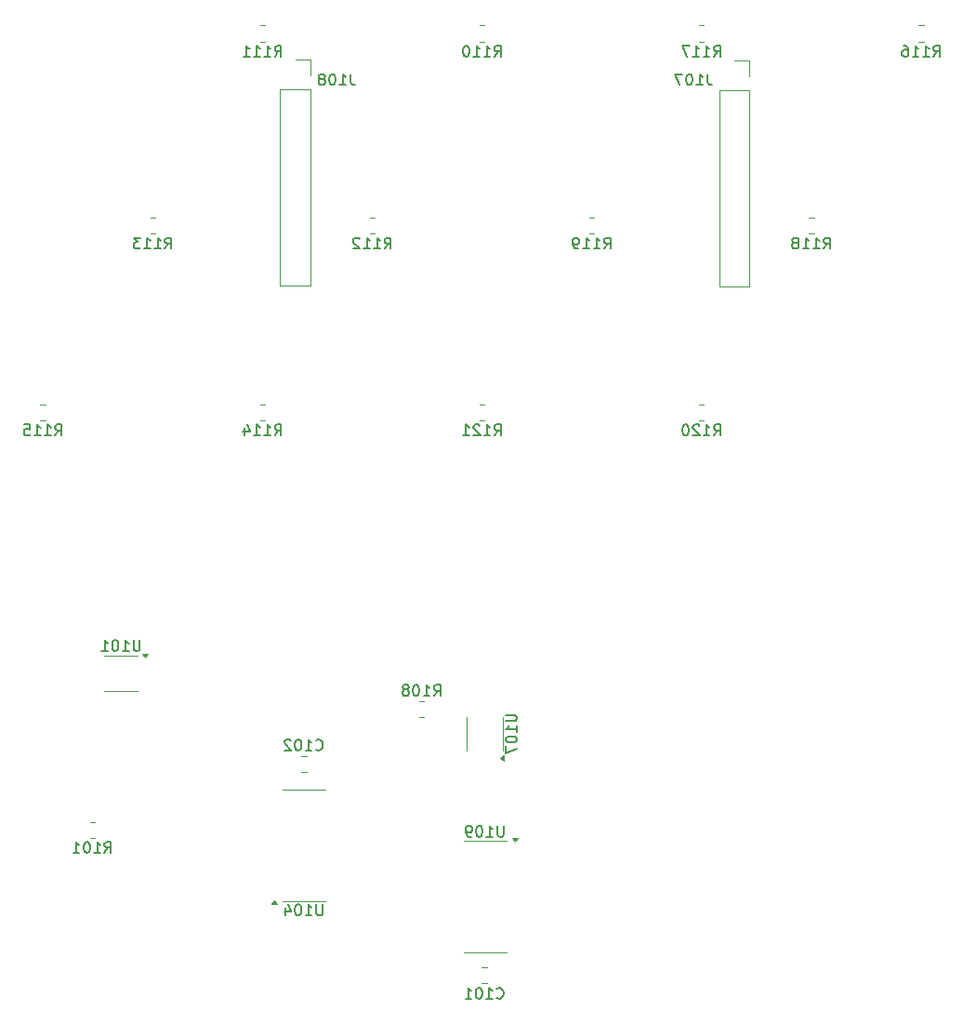
<source format=gbr>
%TF.GenerationSoftware,KiCad,Pcbnew,9.0.3+dfsg-1*%
%TF.CreationDate,2026-02-26T14:57:31+01:00*%
%TF.ProjectId,tastiera_isomorfa,74617374-6965-4726-915f-69736f6d6f72,rev?*%
%TF.SameCoordinates,Original*%
%TF.FileFunction,Legend,Bot*%
%TF.FilePolarity,Positive*%
%FSLAX46Y46*%
G04 Gerber Fmt 4.6, Leading zero omitted, Abs format (unit mm)*
G04 Created by KiCad (PCBNEW 9.0.3+dfsg-1) date 2026-02-26 14:57:31*
%MOMM*%
%LPD*%
G01*
G04 APERTURE LIST*
%ADD10C,0.150000*%
%ADD11C,0.120000*%
G04 APERTURE END LIST*
D10*
X124119047Y-77104819D02*
X124452380Y-76628628D01*
X124690475Y-77104819D02*
X124690475Y-76104819D01*
X124690475Y-76104819D02*
X124309523Y-76104819D01*
X124309523Y-76104819D02*
X124214285Y-76152438D01*
X124214285Y-76152438D02*
X124166666Y-76200057D01*
X124166666Y-76200057D02*
X124119047Y-76295295D01*
X124119047Y-76295295D02*
X124119047Y-76438152D01*
X124119047Y-76438152D02*
X124166666Y-76533390D01*
X124166666Y-76533390D02*
X124214285Y-76581009D01*
X124214285Y-76581009D02*
X124309523Y-76628628D01*
X124309523Y-76628628D02*
X124690475Y-76628628D01*
X123166666Y-77104819D02*
X123738094Y-77104819D01*
X123452380Y-77104819D02*
X123452380Y-76104819D01*
X123452380Y-76104819D02*
X123547618Y-76247676D01*
X123547618Y-76247676D02*
X123642856Y-76342914D01*
X123642856Y-76342914D02*
X123738094Y-76390533D01*
X122214285Y-77104819D02*
X122785713Y-77104819D01*
X122499999Y-77104819D02*
X122499999Y-76104819D01*
X122499999Y-76104819D02*
X122595237Y-76247676D01*
X122595237Y-76247676D02*
X122690475Y-76342914D01*
X122690475Y-76342914D02*
X122785713Y-76390533D01*
X121880951Y-76104819D02*
X121261904Y-76104819D01*
X121261904Y-76104819D02*
X121595237Y-76485771D01*
X121595237Y-76485771D02*
X121452380Y-76485771D01*
X121452380Y-76485771D02*
X121357142Y-76533390D01*
X121357142Y-76533390D02*
X121309523Y-76581009D01*
X121309523Y-76581009D02*
X121261904Y-76676247D01*
X121261904Y-76676247D02*
X121261904Y-76914342D01*
X121261904Y-76914342D02*
X121309523Y-77009580D01*
X121309523Y-77009580D02*
X121357142Y-77057200D01*
X121357142Y-77057200D02*
X121452380Y-77104819D01*
X121452380Y-77104819D02*
X121738094Y-77104819D01*
X121738094Y-77104819D02*
X121833332Y-77057200D01*
X121833332Y-77057200D02*
X121880951Y-77009580D01*
X154989285Y-129629819D02*
X154989285Y-130439342D01*
X154989285Y-130439342D02*
X154941666Y-130534580D01*
X154941666Y-130534580D02*
X154894047Y-130582200D01*
X154894047Y-130582200D02*
X154798809Y-130629819D01*
X154798809Y-130629819D02*
X154608333Y-130629819D01*
X154608333Y-130629819D02*
X154513095Y-130582200D01*
X154513095Y-130582200D02*
X154465476Y-130534580D01*
X154465476Y-130534580D02*
X154417857Y-130439342D01*
X154417857Y-130439342D02*
X154417857Y-129629819D01*
X153417857Y-130629819D02*
X153989285Y-130629819D01*
X153703571Y-130629819D02*
X153703571Y-129629819D01*
X153703571Y-129629819D02*
X153798809Y-129772676D01*
X153798809Y-129772676D02*
X153894047Y-129867914D01*
X153894047Y-129867914D02*
X153989285Y-129915533D01*
X152798809Y-129629819D02*
X152703571Y-129629819D01*
X152703571Y-129629819D02*
X152608333Y-129677438D01*
X152608333Y-129677438D02*
X152560714Y-129725057D01*
X152560714Y-129725057D02*
X152513095Y-129820295D01*
X152513095Y-129820295D02*
X152465476Y-130010771D01*
X152465476Y-130010771D02*
X152465476Y-130248866D01*
X152465476Y-130248866D02*
X152513095Y-130439342D01*
X152513095Y-130439342D02*
X152560714Y-130534580D01*
X152560714Y-130534580D02*
X152608333Y-130582200D01*
X152608333Y-130582200D02*
X152703571Y-130629819D01*
X152703571Y-130629819D02*
X152798809Y-130629819D01*
X152798809Y-130629819D02*
X152894047Y-130582200D01*
X152894047Y-130582200D02*
X152941666Y-130534580D01*
X152941666Y-130534580D02*
X152989285Y-130439342D01*
X152989285Y-130439342D02*
X153036904Y-130248866D01*
X153036904Y-130248866D02*
X153036904Y-130010771D01*
X153036904Y-130010771D02*
X152989285Y-129820295D01*
X152989285Y-129820295D02*
X152941666Y-129725057D01*
X152941666Y-129725057D02*
X152894047Y-129677438D01*
X152894047Y-129677438D02*
X152798809Y-129629819D01*
X151989285Y-130629819D02*
X151798809Y-130629819D01*
X151798809Y-130629819D02*
X151703571Y-130582200D01*
X151703571Y-130582200D02*
X151655952Y-130534580D01*
X151655952Y-130534580D02*
X151560714Y-130391723D01*
X151560714Y-130391723D02*
X151513095Y-130201247D01*
X151513095Y-130201247D02*
X151513095Y-129820295D01*
X151513095Y-129820295D02*
X151560714Y-129725057D01*
X151560714Y-129725057D02*
X151608333Y-129677438D01*
X151608333Y-129677438D02*
X151703571Y-129629819D01*
X151703571Y-129629819D02*
X151894047Y-129629819D01*
X151894047Y-129629819D02*
X151989285Y-129677438D01*
X151989285Y-129677438D02*
X152036904Y-129725057D01*
X152036904Y-129725057D02*
X152084523Y-129820295D01*
X152084523Y-129820295D02*
X152084523Y-130058390D01*
X152084523Y-130058390D02*
X152036904Y-130153628D01*
X152036904Y-130153628D02*
X151989285Y-130201247D01*
X151989285Y-130201247D02*
X151894047Y-130248866D01*
X151894047Y-130248866D02*
X151703571Y-130248866D01*
X151703571Y-130248866D02*
X151608333Y-130201247D01*
X151608333Y-130201247D02*
X151560714Y-130153628D01*
X151560714Y-130153628D02*
X151513095Y-130058390D01*
X114119047Y-94104819D02*
X114452380Y-93628628D01*
X114690475Y-94104819D02*
X114690475Y-93104819D01*
X114690475Y-93104819D02*
X114309523Y-93104819D01*
X114309523Y-93104819D02*
X114214285Y-93152438D01*
X114214285Y-93152438D02*
X114166666Y-93200057D01*
X114166666Y-93200057D02*
X114119047Y-93295295D01*
X114119047Y-93295295D02*
X114119047Y-93438152D01*
X114119047Y-93438152D02*
X114166666Y-93533390D01*
X114166666Y-93533390D02*
X114214285Y-93581009D01*
X114214285Y-93581009D02*
X114309523Y-93628628D01*
X114309523Y-93628628D02*
X114690475Y-93628628D01*
X113166666Y-94104819D02*
X113738094Y-94104819D01*
X113452380Y-94104819D02*
X113452380Y-93104819D01*
X113452380Y-93104819D02*
X113547618Y-93247676D01*
X113547618Y-93247676D02*
X113642856Y-93342914D01*
X113642856Y-93342914D02*
X113738094Y-93390533D01*
X112214285Y-94104819D02*
X112785713Y-94104819D01*
X112499999Y-94104819D02*
X112499999Y-93104819D01*
X112499999Y-93104819D02*
X112595237Y-93247676D01*
X112595237Y-93247676D02*
X112690475Y-93342914D01*
X112690475Y-93342914D02*
X112785713Y-93390533D01*
X111309523Y-93104819D02*
X111785713Y-93104819D01*
X111785713Y-93104819D02*
X111833332Y-93581009D01*
X111833332Y-93581009D02*
X111785713Y-93533390D01*
X111785713Y-93533390D02*
X111690475Y-93485771D01*
X111690475Y-93485771D02*
X111452380Y-93485771D01*
X111452380Y-93485771D02*
X111357142Y-93533390D01*
X111357142Y-93533390D02*
X111309523Y-93581009D01*
X111309523Y-93581009D02*
X111261904Y-93676247D01*
X111261904Y-93676247D02*
X111261904Y-93914342D01*
X111261904Y-93914342D02*
X111309523Y-94009580D01*
X111309523Y-94009580D02*
X111357142Y-94057200D01*
X111357142Y-94057200D02*
X111452380Y-94104819D01*
X111452380Y-94104819D02*
X111690475Y-94104819D01*
X111690475Y-94104819D02*
X111785713Y-94057200D01*
X111785713Y-94057200D02*
X111833332Y-94009580D01*
X138489285Y-136779819D02*
X138489285Y-137589342D01*
X138489285Y-137589342D02*
X138441666Y-137684580D01*
X138441666Y-137684580D02*
X138394047Y-137732200D01*
X138394047Y-137732200D02*
X138298809Y-137779819D01*
X138298809Y-137779819D02*
X138108333Y-137779819D01*
X138108333Y-137779819D02*
X138013095Y-137732200D01*
X138013095Y-137732200D02*
X137965476Y-137684580D01*
X137965476Y-137684580D02*
X137917857Y-137589342D01*
X137917857Y-137589342D02*
X137917857Y-136779819D01*
X136917857Y-137779819D02*
X137489285Y-137779819D01*
X137203571Y-137779819D02*
X137203571Y-136779819D01*
X137203571Y-136779819D02*
X137298809Y-136922676D01*
X137298809Y-136922676D02*
X137394047Y-137017914D01*
X137394047Y-137017914D02*
X137489285Y-137065533D01*
X136298809Y-136779819D02*
X136203571Y-136779819D01*
X136203571Y-136779819D02*
X136108333Y-136827438D01*
X136108333Y-136827438D02*
X136060714Y-136875057D01*
X136060714Y-136875057D02*
X136013095Y-136970295D01*
X136013095Y-136970295D02*
X135965476Y-137160771D01*
X135965476Y-137160771D02*
X135965476Y-137398866D01*
X135965476Y-137398866D02*
X136013095Y-137589342D01*
X136013095Y-137589342D02*
X136060714Y-137684580D01*
X136060714Y-137684580D02*
X136108333Y-137732200D01*
X136108333Y-137732200D02*
X136203571Y-137779819D01*
X136203571Y-137779819D02*
X136298809Y-137779819D01*
X136298809Y-137779819D02*
X136394047Y-137732200D01*
X136394047Y-137732200D02*
X136441666Y-137684580D01*
X136441666Y-137684580D02*
X136489285Y-137589342D01*
X136489285Y-137589342D02*
X136536904Y-137398866D01*
X136536904Y-137398866D02*
X136536904Y-137160771D01*
X136536904Y-137160771D02*
X136489285Y-136970295D01*
X136489285Y-136970295D02*
X136441666Y-136875057D01*
X136441666Y-136875057D02*
X136394047Y-136827438D01*
X136394047Y-136827438D02*
X136298809Y-136779819D01*
X135108333Y-137113152D02*
X135108333Y-137779819D01*
X135346428Y-136732200D02*
X135584523Y-137446485D01*
X135584523Y-137446485D02*
X134965476Y-137446485D01*
X174119047Y-94104819D02*
X174452380Y-93628628D01*
X174690475Y-94104819D02*
X174690475Y-93104819D01*
X174690475Y-93104819D02*
X174309523Y-93104819D01*
X174309523Y-93104819D02*
X174214285Y-93152438D01*
X174214285Y-93152438D02*
X174166666Y-93200057D01*
X174166666Y-93200057D02*
X174119047Y-93295295D01*
X174119047Y-93295295D02*
X174119047Y-93438152D01*
X174119047Y-93438152D02*
X174166666Y-93533390D01*
X174166666Y-93533390D02*
X174214285Y-93581009D01*
X174214285Y-93581009D02*
X174309523Y-93628628D01*
X174309523Y-93628628D02*
X174690475Y-93628628D01*
X173166666Y-94104819D02*
X173738094Y-94104819D01*
X173452380Y-94104819D02*
X173452380Y-93104819D01*
X173452380Y-93104819D02*
X173547618Y-93247676D01*
X173547618Y-93247676D02*
X173642856Y-93342914D01*
X173642856Y-93342914D02*
X173738094Y-93390533D01*
X172785713Y-93200057D02*
X172738094Y-93152438D01*
X172738094Y-93152438D02*
X172642856Y-93104819D01*
X172642856Y-93104819D02*
X172404761Y-93104819D01*
X172404761Y-93104819D02*
X172309523Y-93152438D01*
X172309523Y-93152438D02*
X172261904Y-93200057D01*
X172261904Y-93200057D02*
X172214285Y-93295295D01*
X172214285Y-93295295D02*
X172214285Y-93390533D01*
X172214285Y-93390533D02*
X172261904Y-93533390D01*
X172261904Y-93533390D02*
X172833332Y-94104819D01*
X172833332Y-94104819D02*
X172214285Y-94104819D01*
X171595237Y-93104819D02*
X171499999Y-93104819D01*
X171499999Y-93104819D02*
X171404761Y-93152438D01*
X171404761Y-93152438D02*
X171357142Y-93200057D01*
X171357142Y-93200057D02*
X171309523Y-93295295D01*
X171309523Y-93295295D02*
X171261904Y-93485771D01*
X171261904Y-93485771D02*
X171261904Y-93723866D01*
X171261904Y-93723866D02*
X171309523Y-93914342D01*
X171309523Y-93914342D02*
X171357142Y-94009580D01*
X171357142Y-94009580D02*
X171404761Y-94057200D01*
X171404761Y-94057200D02*
X171499999Y-94104819D01*
X171499999Y-94104819D02*
X171595237Y-94104819D01*
X171595237Y-94104819D02*
X171690475Y-94057200D01*
X171690475Y-94057200D02*
X171738094Y-94009580D01*
X171738094Y-94009580D02*
X171785713Y-93914342D01*
X171785713Y-93914342D02*
X171833332Y-93723866D01*
X171833332Y-93723866D02*
X171833332Y-93485771D01*
X171833332Y-93485771D02*
X171785713Y-93295295D01*
X171785713Y-93295295D02*
X171738094Y-93200057D01*
X171738094Y-93200057D02*
X171690475Y-93152438D01*
X171690475Y-93152438D02*
X171595237Y-93104819D01*
X148619047Y-117804819D02*
X148952380Y-117328628D01*
X149190475Y-117804819D02*
X149190475Y-116804819D01*
X149190475Y-116804819D02*
X148809523Y-116804819D01*
X148809523Y-116804819D02*
X148714285Y-116852438D01*
X148714285Y-116852438D02*
X148666666Y-116900057D01*
X148666666Y-116900057D02*
X148619047Y-116995295D01*
X148619047Y-116995295D02*
X148619047Y-117138152D01*
X148619047Y-117138152D02*
X148666666Y-117233390D01*
X148666666Y-117233390D02*
X148714285Y-117281009D01*
X148714285Y-117281009D02*
X148809523Y-117328628D01*
X148809523Y-117328628D02*
X149190475Y-117328628D01*
X147666666Y-117804819D02*
X148238094Y-117804819D01*
X147952380Y-117804819D02*
X147952380Y-116804819D01*
X147952380Y-116804819D02*
X148047618Y-116947676D01*
X148047618Y-116947676D02*
X148142856Y-117042914D01*
X148142856Y-117042914D02*
X148238094Y-117090533D01*
X147047618Y-116804819D02*
X146952380Y-116804819D01*
X146952380Y-116804819D02*
X146857142Y-116852438D01*
X146857142Y-116852438D02*
X146809523Y-116900057D01*
X146809523Y-116900057D02*
X146761904Y-116995295D01*
X146761904Y-116995295D02*
X146714285Y-117185771D01*
X146714285Y-117185771D02*
X146714285Y-117423866D01*
X146714285Y-117423866D02*
X146761904Y-117614342D01*
X146761904Y-117614342D02*
X146809523Y-117709580D01*
X146809523Y-117709580D02*
X146857142Y-117757200D01*
X146857142Y-117757200D02*
X146952380Y-117804819D01*
X146952380Y-117804819D02*
X147047618Y-117804819D01*
X147047618Y-117804819D02*
X147142856Y-117757200D01*
X147142856Y-117757200D02*
X147190475Y-117709580D01*
X147190475Y-117709580D02*
X147238094Y-117614342D01*
X147238094Y-117614342D02*
X147285713Y-117423866D01*
X147285713Y-117423866D02*
X147285713Y-117185771D01*
X147285713Y-117185771D02*
X147238094Y-116995295D01*
X147238094Y-116995295D02*
X147190475Y-116900057D01*
X147190475Y-116900057D02*
X147142856Y-116852438D01*
X147142856Y-116852438D02*
X147047618Y-116804819D01*
X146142856Y-117233390D02*
X146238094Y-117185771D01*
X146238094Y-117185771D02*
X146285713Y-117138152D01*
X146285713Y-117138152D02*
X146333332Y-117042914D01*
X146333332Y-117042914D02*
X146333332Y-116995295D01*
X146333332Y-116995295D02*
X146285713Y-116900057D01*
X146285713Y-116900057D02*
X146238094Y-116852438D01*
X146238094Y-116852438D02*
X146142856Y-116804819D01*
X146142856Y-116804819D02*
X145952380Y-116804819D01*
X145952380Y-116804819D02*
X145857142Y-116852438D01*
X145857142Y-116852438D02*
X145809523Y-116900057D01*
X145809523Y-116900057D02*
X145761904Y-116995295D01*
X145761904Y-116995295D02*
X145761904Y-117042914D01*
X145761904Y-117042914D02*
X145809523Y-117138152D01*
X145809523Y-117138152D02*
X145857142Y-117185771D01*
X145857142Y-117185771D02*
X145952380Y-117233390D01*
X145952380Y-117233390D02*
X146142856Y-117233390D01*
X146142856Y-117233390D02*
X146238094Y-117281009D01*
X146238094Y-117281009D02*
X146285713Y-117328628D01*
X146285713Y-117328628D02*
X146333332Y-117423866D01*
X146333332Y-117423866D02*
X146333332Y-117614342D01*
X146333332Y-117614342D02*
X146285713Y-117709580D01*
X146285713Y-117709580D02*
X146238094Y-117757200D01*
X146238094Y-117757200D02*
X146142856Y-117804819D01*
X146142856Y-117804819D02*
X145952380Y-117804819D01*
X145952380Y-117804819D02*
X145857142Y-117757200D01*
X145857142Y-117757200D02*
X145809523Y-117709580D01*
X145809523Y-117709580D02*
X145761904Y-117614342D01*
X145761904Y-117614342D02*
X145761904Y-117423866D01*
X145761904Y-117423866D02*
X145809523Y-117328628D01*
X145809523Y-117328628D02*
X145857142Y-117281009D01*
X145857142Y-117281009D02*
X145952380Y-117233390D01*
X134119047Y-94104819D02*
X134452380Y-93628628D01*
X134690475Y-94104819D02*
X134690475Y-93104819D01*
X134690475Y-93104819D02*
X134309523Y-93104819D01*
X134309523Y-93104819D02*
X134214285Y-93152438D01*
X134214285Y-93152438D02*
X134166666Y-93200057D01*
X134166666Y-93200057D02*
X134119047Y-93295295D01*
X134119047Y-93295295D02*
X134119047Y-93438152D01*
X134119047Y-93438152D02*
X134166666Y-93533390D01*
X134166666Y-93533390D02*
X134214285Y-93581009D01*
X134214285Y-93581009D02*
X134309523Y-93628628D01*
X134309523Y-93628628D02*
X134690475Y-93628628D01*
X133166666Y-94104819D02*
X133738094Y-94104819D01*
X133452380Y-94104819D02*
X133452380Y-93104819D01*
X133452380Y-93104819D02*
X133547618Y-93247676D01*
X133547618Y-93247676D02*
X133642856Y-93342914D01*
X133642856Y-93342914D02*
X133738094Y-93390533D01*
X132214285Y-94104819D02*
X132785713Y-94104819D01*
X132499999Y-94104819D02*
X132499999Y-93104819D01*
X132499999Y-93104819D02*
X132595237Y-93247676D01*
X132595237Y-93247676D02*
X132690475Y-93342914D01*
X132690475Y-93342914D02*
X132785713Y-93390533D01*
X131357142Y-93438152D02*
X131357142Y-94104819D01*
X131595237Y-93057200D02*
X131833332Y-93771485D01*
X131833332Y-93771485D02*
X131214285Y-93771485D01*
X154119047Y-94104819D02*
X154452380Y-93628628D01*
X154690475Y-94104819D02*
X154690475Y-93104819D01*
X154690475Y-93104819D02*
X154309523Y-93104819D01*
X154309523Y-93104819D02*
X154214285Y-93152438D01*
X154214285Y-93152438D02*
X154166666Y-93200057D01*
X154166666Y-93200057D02*
X154119047Y-93295295D01*
X154119047Y-93295295D02*
X154119047Y-93438152D01*
X154119047Y-93438152D02*
X154166666Y-93533390D01*
X154166666Y-93533390D02*
X154214285Y-93581009D01*
X154214285Y-93581009D02*
X154309523Y-93628628D01*
X154309523Y-93628628D02*
X154690475Y-93628628D01*
X153166666Y-94104819D02*
X153738094Y-94104819D01*
X153452380Y-94104819D02*
X153452380Y-93104819D01*
X153452380Y-93104819D02*
X153547618Y-93247676D01*
X153547618Y-93247676D02*
X153642856Y-93342914D01*
X153642856Y-93342914D02*
X153738094Y-93390533D01*
X152785713Y-93200057D02*
X152738094Y-93152438D01*
X152738094Y-93152438D02*
X152642856Y-93104819D01*
X152642856Y-93104819D02*
X152404761Y-93104819D01*
X152404761Y-93104819D02*
X152309523Y-93152438D01*
X152309523Y-93152438D02*
X152261904Y-93200057D01*
X152261904Y-93200057D02*
X152214285Y-93295295D01*
X152214285Y-93295295D02*
X152214285Y-93390533D01*
X152214285Y-93390533D02*
X152261904Y-93533390D01*
X152261904Y-93533390D02*
X152833332Y-94104819D01*
X152833332Y-94104819D02*
X152214285Y-94104819D01*
X151261904Y-94104819D02*
X151833332Y-94104819D01*
X151547618Y-94104819D02*
X151547618Y-93104819D01*
X151547618Y-93104819D02*
X151642856Y-93247676D01*
X151642856Y-93247676D02*
X151738094Y-93342914D01*
X151738094Y-93342914D02*
X151833332Y-93390533D01*
X173535714Y-61204819D02*
X173535714Y-61919104D01*
X173535714Y-61919104D02*
X173583333Y-62061961D01*
X173583333Y-62061961D02*
X173678571Y-62157200D01*
X173678571Y-62157200D02*
X173821428Y-62204819D01*
X173821428Y-62204819D02*
X173916666Y-62204819D01*
X172535714Y-62204819D02*
X173107142Y-62204819D01*
X172821428Y-62204819D02*
X172821428Y-61204819D01*
X172821428Y-61204819D02*
X172916666Y-61347676D01*
X172916666Y-61347676D02*
X173011904Y-61442914D01*
X173011904Y-61442914D02*
X173107142Y-61490533D01*
X171916666Y-61204819D02*
X171821428Y-61204819D01*
X171821428Y-61204819D02*
X171726190Y-61252438D01*
X171726190Y-61252438D02*
X171678571Y-61300057D01*
X171678571Y-61300057D02*
X171630952Y-61395295D01*
X171630952Y-61395295D02*
X171583333Y-61585771D01*
X171583333Y-61585771D02*
X171583333Y-61823866D01*
X171583333Y-61823866D02*
X171630952Y-62014342D01*
X171630952Y-62014342D02*
X171678571Y-62109580D01*
X171678571Y-62109580D02*
X171726190Y-62157200D01*
X171726190Y-62157200D02*
X171821428Y-62204819D01*
X171821428Y-62204819D02*
X171916666Y-62204819D01*
X171916666Y-62204819D02*
X172011904Y-62157200D01*
X172011904Y-62157200D02*
X172059523Y-62109580D01*
X172059523Y-62109580D02*
X172107142Y-62014342D01*
X172107142Y-62014342D02*
X172154761Y-61823866D01*
X172154761Y-61823866D02*
X172154761Y-61585771D01*
X172154761Y-61585771D02*
X172107142Y-61395295D01*
X172107142Y-61395295D02*
X172059523Y-61300057D01*
X172059523Y-61300057D02*
X172011904Y-61252438D01*
X172011904Y-61252438D02*
X171916666Y-61204819D01*
X171249999Y-61204819D02*
X170583333Y-61204819D01*
X170583333Y-61204819D02*
X171011904Y-62204819D01*
X154331547Y-145289580D02*
X154379166Y-145337200D01*
X154379166Y-145337200D02*
X154522023Y-145384819D01*
X154522023Y-145384819D02*
X154617261Y-145384819D01*
X154617261Y-145384819D02*
X154760118Y-145337200D01*
X154760118Y-145337200D02*
X154855356Y-145241961D01*
X154855356Y-145241961D02*
X154902975Y-145146723D01*
X154902975Y-145146723D02*
X154950594Y-144956247D01*
X154950594Y-144956247D02*
X154950594Y-144813390D01*
X154950594Y-144813390D02*
X154902975Y-144622914D01*
X154902975Y-144622914D02*
X154855356Y-144527676D01*
X154855356Y-144527676D02*
X154760118Y-144432438D01*
X154760118Y-144432438D02*
X154617261Y-144384819D01*
X154617261Y-144384819D02*
X154522023Y-144384819D01*
X154522023Y-144384819D02*
X154379166Y-144432438D01*
X154379166Y-144432438D02*
X154331547Y-144480057D01*
X153379166Y-145384819D02*
X153950594Y-145384819D01*
X153664880Y-145384819D02*
X153664880Y-144384819D01*
X153664880Y-144384819D02*
X153760118Y-144527676D01*
X153760118Y-144527676D02*
X153855356Y-144622914D01*
X153855356Y-144622914D02*
X153950594Y-144670533D01*
X152760118Y-144384819D02*
X152664880Y-144384819D01*
X152664880Y-144384819D02*
X152569642Y-144432438D01*
X152569642Y-144432438D02*
X152522023Y-144480057D01*
X152522023Y-144480057D02*
X152474404Y-144575295D01*
X152474404Y-144575295D02*
X152426785Y-144765771D01*
X152426785Y-144765771D02*
X152426785Y-145003866D01*
X152426785Y-145003866D02*
X152474404Y-145194342D01*
X152474404Y-145194342D02*
X152522023Y-145289580D01*
X152522023Y-145289580D02*
X152569642Y-145337200D01*
X152569642Y-145337200D02*
X152664880Y-145384819D01*
X152664880Y-145384819D02*
X152760118Y-145384819D01*
X152760118Y-145384819D02*
X152855356Y-145337200D01*
X152855356Y-145337200D02*
X152902975Y-145289580D01*
X152902975Y-145289580D02*
X152950594Y-145194342D01*
X152950594Y-145194342D02*
X152998213Y-145003866D01*
X152998213Y-145003866D02*
X152998213Y-144765771D01*
X152998213Y-144765771D02*
X152950594Y-144575295D01*
X152950594Y-144575295D02*
X152902975Y-144480057D01*
X152902975Y-144480057D02*
X152855356Y-144432438D01*
X152855356Y-144432438D02*
X152760118Y-144384819D01*
X151474404Y-145384819D02*
X152045832Y-145384819D01*
X151760118Y-145384819D02*
X151760118Y-144384819D01*
X151760118Y-144384819D02*
X151855356Y-144527676D01*
X151855356Y-144527676D02*
X151950594Y-144622914D01*
X151950594Y-144622914D02*
X152045832Y-144670533D01*
X137869047Y-122679580D02*
X137916666Y-122727200D01*
X137916666Y-122727200D02*
X138059523Y-122774819D01*
X138059523Y-122774819D02*
X138154761Y-122774819D01*
X138154761Y-122774819D02*
X138297618Y-122727200D01*
X138297618Y-122727200D02*
X138392856Y-122631961D01*
X138392856Y-122631961D02*
X138440475Y-122536723D01*
X138440475Y-122536723D02*
X138488094Y-122346247D01*
X138488094Y-122346247D02*
X138488094Y-122203390D01*
X138488094Y-122203390D02*
X138440475Y-122012914D01*
X138440475Y-122012914D02*
X138392856Y-121917676D01*
X138392856Y-121917676D02*
X138297618Y-121822438D01*
X138297618Y-121822438D02*
X138154761Y-121774819D01*
X138154761Y-121774819D02*
X138059523Y-121774819D01*
X138059523Y-121774819D02*
X137916666Y-121822438D01*
X137916666Y-121822438D02*
X137869047Y-121870057D01*
X136916666Y-122774819D02*
X137488094Y-122774819D01*
X137202380Y-122774819D02*
X137202380Y-121774819D01*
X137202380Y-121774819D02*
X137297618Y-121917676D01*
X137297618Y-121917676D02*
X137392856Y-122012914D01*
X137392856Y-122012914D02*
X137488094Y-122060533D01*
X136297618Y-121774819D02*
X136202380Y-121774819D01*
X136202380Y-121774819D02*
X136107142Y-121822438D01*
X136107142Y-121822438D02*
X136059523Y-121870057D01*
X136059523Y-121870057D02*
X136011904Y-121965295D01*
X136011904Y-121965295D02*
X135964285Y-122155771D01*
X135964285Y-122155771D02*
X135964285Y-122393866D01*
X135964285Y-122393866D02*
X136011904Y-122584342D01*
X136011904Y-122584342D02*
X136059523Y-122679580D01*
X136059523Y-122679580D02*
X136107142Y-122727200D01*
X136107142Y-122727200D02*
X136202380Y-122774819D01*
X136202380Y-122774819D02*
X136297618Y-122774819D01*
X136297618Y-122774819D02*
X136392856Y-122727200D01*
X136392856Y-122727200D02*
X136440475Y-122679580D01*
X136440475Y-122679580D02*
X136488094Y-122584342D01*
X136488094Y-122584342D02*
X136535713Y-122393866D01*
X136535713Y-122393866D02*
X136535713Y-122155771D01*
X136535713Y-122155771D02*
X136488094Y-121965295D01*
X136488094Y-121965295D02*
X136440475Y-121870057D01*
X136440475Y-121870057D02*
X136392856Y-121822438D01*
X136392856Y-121822438D02*
X136297618Y-121774819D01*
X135583332Y-121870057D02*
X135535713Y-121822438D01*
X135535713Y-121822438D02*
X135440475Y-121774819D01*
X135440475Y-121774819D02*
X135202380Y-121774819D01*
X135202380Y-121774819D02*
X135107142Y-121822438D01*
X135107142Y-121822438D02*
X135059523Y-121870057D01*
X135059523Y-121870057D02*
X135011904Y-121965295D01*
X135011904Y-121965295D02*
X135011904Y-122060533D01*
X135011904Y-122060533D02*
X135059523Y-122203390D01*
X135059523Y-122203390D02*
X135630951Y-122774819D01*
X135630951Y-122774819D02*
X135011904Y-122774819D01*
X164119047Y-77104819D02*
X164452380Y-76628628D01*
X164690475Y-77104819D02*
X164690475Y-76104819D01*
X164690475Y-76104819D02*
X164309523Y-76104819D01*
X164309523Y-76104819D02*
X164214285Y-76152438D01*
X164214285Y-76152438D02*
X164166666Y-76200057D01*
X164166666Y-76200057D02*
X164119047Y-76295295D01*
X164119047Y-76295295D02*
X164119047Y-76438152D01*
X164119047Y-76438152D02*
X164166666Y-76533390D01*
X164166666Y-76533390D02*
X164214285Y-76581009D01*
X164214285Y-76581009D02*
X164309523Y-76628628D01*
X164309523Y-76628628D02*
X164690475Y-76628628D01*
X163166666Y-77104819D02*
X163738094Y-77104819D01*
X163452380Y-77104819D02*
X163452380Y-76104819D01*
X163452380Y-76104819D02*
X163547618Y-76247676D01*
X163547618Y-76247676D02*
X163642856Y-76342914D01*
X163642856Y-76342914D02*
X163738094Y-76390533D01*
X162214285Y-77104819D02*
X162785713Y-77104819D01*
X162499999Y-77104819D02*
X162499999Y-76104819D01*
X162499999Y-76104819D02*
X162595237Y-76247676D01*
X162595237Y-76247676D02*
X162690475Y-76342914D01*
X162690475Y-76342914D02*
X162785713Y-76390533D01*
X161738094Y-77104819D02*
X161547618Y-77104819D01*
X161547618Y-77104819D02*
X161452380Y-77057200D01*
X161452380Y-77057200D02*
X161404761Y-77009580D01*
X161404761Y-77009580D02*
X161309523Y-76866723D01*
X161309523Y-76866723D02*
X161261904Y-76676247D01*
X161261904Y-76676247D02*
X161261904Y-76295295D01*
X161261904Y-76295295D02*
X161309523Y-76200057D01*
X161309523Y-76200057D02*
X161357142Y-76152438D01*
X161357142Y-76152438D02*
X161452380Y-76104819D01*
X161452380Y-76104819D02*
X161642856Y-76104819D01*
X161642856Y-76104819D02*
X161738094Y-76152438D01*
X161738094Y-76152438D02*
X161785713Y-76200057D01*
X161785713Y-76200057D02*
X161833332Y-76295295D01*
X161833332Y-76295295D02*
X161833332Y-76533390D01*
X161833332Y-76533390D02*
X161785713Y-76628628D01*
X161785713Y-76628628D02*
X161738094Y-76676247D01*
X161738094Y-76676247D02*
X161642856Y-76723866D01*
X161642856Y-76723866D02*
X161452380Y-76723866D01*
X161452380Y-76723866D02*
X161357142Y-76676247D01*
X161357142Y-76676247D02*
X161309523Y-76628628D01*
X161309523Y-76628628D02*
X161261904Y-76533390D01*
X155154819Y-119535714D02*
X155964342Y-119535714D01*
X155964342Y-119535714D02*
X156059580Y-119583333D01*
X156059580Y-119583333D02*
X156107200Y-119630952D01*
X156107200Y-119630952D02*
X156154819Y-119726190D01*
X156154819Y-119726190D02*
X156154819Y-119916666D01*
X156154819Y-119916666D02*
X156107200Y-120011904D01*
X156107200Y-120011904D02*
X156059580Y-120059523D01*
X156059580Y-120059523D02*
X155964342Y-120107142D01*
X155964342Y-120107142D02*
X155154819Y-120107142D01*
X156154819Y-121107142D02*
X156154819Y-120535714D01*
X156154819Y-120821428D02*
X155154819Y-120821428D01*
X155154819Y-120821428D02*
X155297676Y-120726190D01*
X155297676Y-120726190D02*
X155392914Y-120630952D01*
X155392914Y-120630952D02*
X155440533Y-120535714D01*
X155154819Y-121726190D02*
X155154819Y-121821428D01*
X155154819Y-121821428D02*
X155202438Y-121916666D01*
X155202438Y-121916666D02*
X155250057Y-121964285D01*
X155250057Y-121964285D02*
X155345295Y-122011904D01*
X155345295Y-122011904D02*
X155535771Y-122059523D01*
X155535771Y-122059523D02*
X155773866Y-122059523D01*
X155773866Y-122059523D02*
X155964342Y-122011904D01*
X155964342Y-122011904D02*
X156059580Y-121964285D01*
X156059580Y-121964285D02*
X156107200Y-121916666D01*
X156107200Y-121916666D02*
X156154819Y-121821428D01*
X156154819Y-121821428D02*
X156154819Y-121726190D01*
X156154819Y-121726190D02*
X156107200Y-121630952D01*
X156107200Y-121630952D02*
X156059580Y-121583333D01*
X156059580Y-121583333D02*
X155964342Y-121535714D01*
X155964342Y-121535714D02*
X155773866Y-121488095D01*
X155773866Y-121488095D02*
X155535771Y-121488095D01*
X155535771Y-121488095D02*
X155345295Y-121535714D01*
X155345295Y-121535714D02*
X155250057Y-121583333D01*
X155250057Y-121583333D02*
X155202438Y-121630952D01*
X155202438Y-121630952D02*
X155154819Y-121726190D01*
X155154819Y-122392857D02*
X155154819Y-123059523D01*
X155154819Y-123059523D02*
X156154819Y-122630952D01*
X141035714Y-61204819D02*
X141035714Y-61919104D01*
X141035714Y-61919104D02*
X141083333Y-62061961D01*
X141083333Y-62061961D02*
X141178571Y-62157200D01*
X141178571Y-62157200D02*
X141321428Y-62204819D01*
X141321428Y-62204819D02*
X141416666Y-62204819D01*
X140035714Y-62204819D02*
X140607142Y-62204819D01*
X140321428Y-62204819D02*
X140321428Y-61204819D01*
X140321428Y-61204819D02*
X140416666Y-61347676D01*
X140416666Y-61347676D02*
X140511904Y-61442914D01*
X140511904Y-61442914D02*
X140607142Y-61490533D01*
X139416666Y-61204819D02*
X139321428Y-61204819D01*
X139321428Y-61204819D02*
X139226190Y-61252438D01*
X139226190Y-61252438D02*
X139178571Y-61300057D01*
X139178571Y-61300057D02*
X139130952Y-61395295D01*
X139130952Y-61395295D02*
X139083333Y-61585771D01*
X139083333Y-61585771D02*
X139083333Y-61823866D01*
X139083333Y-61823866D02*
X139130952Y-62014342D01*
X139130952Y-62014342D02*
X139178571Y-62109580D01*
X139178571Y-62109580D02*
X139226190Y-62157200D01*
X139226190Y-62157200D02*
X139321428Y-62204819D01*
X139321428Y-62204819D02*
X139416666Y-62204819D01*
X139416666Y-62204819D02*
X139511904Y-62157200D01*
X139511904Y-62157200D02*
X139559523Y-62109580D01*
X139559523Y-62109580D02*
X139607142Y-62014342D01*
X139607142Y-62014342D02*
X139654761Y-61823866D01*
X139654761Y-61823866D02*
X139654761Y-61585771D01*
X139654761Y-61585771D02*
X139607142Y-61395295D01*
X139607142Y-61395295D02*
X139559523Y-61300057D01*
X139559523Y-61300057D02*
X139511904Y-61252438D01*
X139511904Y-61252438D02*
X139416666Y-61204819D01*
X138511904Y-61633390D02*
X138607142Y-61585771D01*
X138607142Y-61585771D02*
X138654761Y-61538152D01*
X138654761Y-61538152D02*
X138702380Y-61442914D01*
X138702380Y-61442914D02*
X138702380Y-61395295D01*
X138702380Y-61395295D02*
X138654761Y-61300057D01*
X138654761Y-61300057D02*
X138607142Y-61252438D01*
X138607142Y-61252438D02*
X138511904Y-61204819D01*
X138511904Y-61204819D02*
X138321428Y-61204819D01*
X138321428Y-61204819D02*
X138226190Y-61252438D01*
X138226190Y-61252438D02*
X138178571Y-61300057D01*
X138178571Y-61300057D02*
X138130952Y-61395295D01*
X138130952Y-61395295D02*
X138130952Y-61442914D01*
X138130952Y-61442914D02*
X138178571Y-61538152D01*
X138178571Y-61538152D02*
X138226190Y-61585771D01*
X138226190Y-61585771D02*
X138321428Y-61633390D01*
X138321428Y-61633390D02*
X138511904Y-61633390D01*
X138511904Y-61633390D02*
X138607142Y-61681009D01*
X138607142Y-61681009D02*
X138654761Y-61728628D01*
X138654761Y-61728628D02*
X138702380Y-61823866D01*
X138702380Y-61823866D02*
X138702380Y-62014342D01*
X138702380Y-62014342D02*
X138654761Y-62109580D01*
X138654761Y-62109580D02*
X138607142Y-62157200D01*
X138607142Y-62157200D02*
X138511904Y-62204819D01*
X138511904Y-62204819D02*
X138321428Y-62204819D01*
X138321428Y-62204819D02*
X138226190Y-62157200D01*
X138226190Y-62157200D02*
X138178571Y-62109580D01*
X138178571Y-62109580D02*
X138130952Y-62014342D01*
X138130952Y-62014342D02*
X138130952Y-61823866D01*
X138130952Y-61823866D02*
X138178571Y-61728628D01*
X138178571Y-61728628D02*
X138226190Y-61681009D01*
X138226190Y-61681009D02*
X138321428Y-61633390D01*
X121826785Y-112729819D02*
X121826785Y-113539342D01*
X121826785Y-113539342D02*
X121779166Y-113634580D01*
X121779166Y-113634580D02*
X121731547Y-113682200D01*
X121731547Y-113682200D02*
X121636309Y-113729819D01*
X121636309Y-113729819D02*
X121445833Y-113729819D01*
X121445833Y-113729819D02*
X121350595Y-113682200D01*
X121350595Y-113682200D02*
X121302976Y-113634580D01*
X121302976Y-113634580D02*
X121255357Y-113539342D01*
X121255357Y-113539342D02*
X121255357Y-112729819D01*
X120255357Y-113729819D02*
X120826785Y-113729819D01*
X120541071Y-113729819D02*
X120541071Y-112729819D01*
X120541071Y-112729819D02*
X120636309Y-112872676D01*
X120636309Y-112872676D02*
X120731547Y-112967914D01*
X120731547Y-112967914D02*
X120826785Y-113015533D01*
X119636309Y-112729819D02*
X119541071Y-112729819D01*
X119541071Y-112729819D02*
X119445833Y-112777438D01*
X119445833Y-112777438D02*
X119398214Y-112825057D01*
X119398214Y-112825057D02*
X119350595Y-112920295D01*
X119350595Y-112920295D02*
X119302976Y-113110771D01*
X119302976Y-113110771D02*
X119302976Y-113348866D01*
X119302976Y-113348866D02*
X119350595Y-113539342D01*
X119350595Y-113539342D02*
X119398214Y-113634580D01*
X119398214Y-113634580D02*
X119445833Y-113682200D01*
X119445833Y-113682200D02*
X119541071Y-113729819D01*
X119541071Y-113729819D02*
X119636309Y-113729819D01*
X119636309Y-113729819D02*
X119731547Y-113682200D01*
X119731547Y-113682200D02*
X119779166Y-113634580D01*
X119779166Y-113634580D02*
X119826785Y-113539342D01*
X119826785Y-113539342D02*
X119874404Y-113348866D01*
X119874404Y-113348866D02*
X119874404Y-113110771D01*
X119874404Y-113110771D02*
X119826785Y-112920295D01*
X119826785Y-112920295D02*
X119779166Y-112825057D01*
X119779166Y-112825057D02*
X119731547Y-112777438D01*
X119731547Y-112777438D02*
X119636309Y-112729819D01*
X118350595Y-113729819D02*
X118922023Y-113729819D01*
X118636309Y-113729819D02*
X118636309Y-112729819D01*
X118636309Y-112729819D02*
X118731547Y-112872676D01*
X118731547Y-112872676D02*
X118826785Y-112967914D01*
X118826785Y-112967914D02*
X118922023Y-113015533D01*
X144119047Y-77104819D02*
X144452380Y-76628628D01*
X144690475Y-77104819D02*
X144690475Y-76104819D01*
X144690475Y-76104819D02*
X144309523Y-76104819D01*
X144309523Y-76104819D02*
X144214285Y-76152438D01*
X144214285Y-76152438D02*
X144166666Y-76200057D01*
X144166666Y-76200057D02*
X144119047Y-76295295D01*
X144119047Y-76295295D02*
X144119047Y-76438152D01*
X144119047Y-76438152D02*
X144166666Y-76533390D01*
X144166666Y-76533390D02*
X144214285Y-76581009D01*
X144214285Y-76581009D02*
X144309523Y-76628628D01*
X144309523Y-76628628D02*
X144690475Y-76628628D01*
X143166666Y-77104819D02*
X143738094Y-77104819D01*
X143452380Y-77104819D02*
X143452380Y-76104819D01*
X143452380Y-76104819D02*
X143547618Y-76247676D01*
X143547618Y-76247676D02*
X143642856Y-76342914D01*
X143642856Y-76342914D02*
X143738094Y-76390533D01*
X142214285Y-77104819D02*
X142785713Y-77104819D01*
X142499999Y-77104819D02*
X142499999Y-76104819D01*
X142499999Y-76104819D02*
X142595237Y-76247676D01*
X142595237Y-76247676D02*
X142690475Y-76342914D01*
X142690475Y-76342914D02*
X142785713Y-76390533D01*
X141833332Y-76200057D02*
X141785713Y-76152438D01*
X141785713Y-76152438D02*
X141690475Y-76104819D01*
X141690475Y-76104819D02*
X141452380Y-76104819D01*
X141452380Y-76104819D02*
X141357142Y-76152438D01*
X141357142Y-76152438D02*
X141309523Y-76200057D01*
X141309523Y-76200057D02*
X141261904Y-76295295D01*
X141261904Y-76295295D02*
X141261904Y-76390533D01*
X141261904Y-76390533D02*
X141309523Y-76533390D01*
X141309523Y-76533390D02*
X141880951Y-77104819D01*
X141880951Y-77104819D02*
X141261904Y-77104819D01*
X118619047Y-132104819D02*
X118952380Y-131628628D01*
X119190475Y-132104819D02*
X119190475Y-131104819D01*
X119190475Y-131104819D02*
X118809523Y-131104819D01*
X118809523Y-131104819D02*
X118714285Y-131152438D01*
X118714285Y-131152438D02*
X118666666Y-131200057D01*
X118666666Y-131200057D02*
X118619047Y-131295295D01*
X118619047Y-131295295D02*
X118619047Y-131438152D01*
X118619047Y-131438152D02*
X118666666Y-131533390D01*
X118666666Y-131533390D02*
X118714285Y-131581009D01*
X118714285Y-131581009D02*
X118809523Y-131628628D01*
X118809523Y-131628628D02*
X119190475Y-131628628D01*
X117666666Y-132104819D02*
X118238094Y-132104819D01*
X117952380Y-132104819D02*
X117952380Y-131104819D01*
X117952380Y-131104819D02*
X118047618Y-131247676D01*
X118047618Y-131247676D02*
X118142856Y-131342914D01*
X118142856Y-131342914D02*
X118238094Y-131390533D01*
X117047618Y-131104819D02*
X116952380Y-131104819D01*
X116952380Y-131104819D02*
X116857142Y-131152438D01*
X116857142Y-131152438D02*
X116809523Y-131200057D01*
X116809523Y-131200057D02*
X116761904Y-131295295D01*
X116761904Y-131295295D02*
X116714285Y-131485771D01*
X116714285Y-131485771D02*
X116714285Y-131723866D01*
X116714285Y-131723866D02*
X116761904Y-131914342D01*
X116761904Y-131914342D02*
X116809523Y-132009580D01*
X116809523Y-132009580D02*
X116857142Y-132057200D01*
X116857142Y-132057200D02*
X116952380Y-132104819D01*
X116952380Y-132104819D02*
X117047618Y-132104819D01*
X117047618Y-132104819D02*
X117142856Y-132057200D01*
X117142856Y-132057200D02*
X117190475Y-132009580D01*
X117190475Y-132009580D02*
X117238094Y-131914342D01*
X117238094Y-131914342D02*
X117285713Y-131723866D01*
X117285713Y-131723866D02*
X117285713Y-131485771D01*
X117285713Y-131485771D02*
X117238094Y-131295295D01*
X117238094Y-131295295D02*
X117190475Y-131200057D01*
X117190475Y-131200057D02*
X117142856Y-131152438D01*
X117142856Y-131152438D02*
X117047618Y-131104819D01*
X115761904Y-132104819D02*
X116333332Y-132104819D01*
X116047618Y-132104819D02*
X116047618Y-131104819D01*
X116047618Y-131104819D02*
X116142856Y-131247676D01*
X116142856Y-131247676D02*
X116238094Y-131342914D01*
X116238094Y-131342914D02*
X116333332Y-131390533D01*
X184119047Y-77104819D02*
X184452380Y-76628628D01*
X184690475Y-77104819D02*
X184690475Y-76104819D01*
X184690475Y-76104819D02*
X184309523Y-76104819D01*
X184309523Y-76104819D02*
X184214285Y-76152438D01*
X184214285Y-76152438D02*
X184166666Y-76200057D01*
X184166666Y-76200057D02*
X184119047Y-76295295D01*
X184119047Y-76295295D02*
X184119047Y-76438152D01*
X184119047Y-76438152D02*
X184166666Y-76533390D01*
X184166666Y-76533390D02*
X184214285Y-76581009D01*
X184214285Y-76581009D02*
X184309523Y-76628628D01*
X184309523Y-76628628D02*
X184690475Y-76628628D01*
X183166666Y-77104819D02*
X183738094Y-77104819D01*
X183452380Y-77104819D02*
X183452380Y-76104819D01*
X183452380Y-76104819D02*
X183547618Y-76247676D01*
X183547618Y-76247676D02*
X183642856Y-76342914D01*
X183642856Y-76342914D02*
X183738094Y-76390533D01*
X182214285Y-77104819D02*
X182785713Y-77104819D01*
X182499999Y-77104819D02*
X182499999Y-76104819D01*
X182499999Y-76104819D02*
X182595237Y-76247676D01*
X182595237Y-76247676D02*
X182690475Y-76342914D01*
X182690475Y-76342914D02*
X182785713Y-76390533D01*
X181642856Y-76533390D02*
X181738094Y-76485771D01*
X181738094Y-76485771D02*
X181785713Y-76438152D01*
X181785713Y-76438152D02*
X181833332Y-76342914D01*
X181833332Y-76342914D02*
X181833332Y-76295295D01*
X181833332Y-76295295D02*
X181785713Y-76200057D01*
X181785713Y-76200057D02*
X181738094Y-76152438D01*
X181738094Y-76152438D02*
X181642856Y-76104819D01*
X181642856Y-76104819D02*
X181452380Y-76104819D01*
X181452380Y-76104819D02*
X181357142Y-76152438D01*
X181357142Y-76152438D02*
X181309523Y-76200057D01*
X181309523Y-76200057D02*
X181261904Y-76295295D01*
X181261904Y-76295295D02*
X181261904Y-76342914D01*
X181261904Y-76342914D02*
X181309523Y-76438152D01*
X181309523Y-76438152D02*
X181357142Y-76485771D01*
X181357142Y-76485771D02*
X181452380Y-76533390D01*
X181452380Y-76533390D02*
X181642856Y-76533390D01*
X181642856Y-76533390D02*
X181738094Y-76581009D01*
X181738094Y-76581009D02*
X181785713Y-76628628D01*
X181785713Y-76628628D02*
X181833332Y-76723866D01*
X181833332Y-76723866D02*
X181833332Y-76914342D01*
X181833332Y-76914342D02*
X181785713Y-77009580D01*
X181785713Y-77009580D02*
X181738094Y-77057200D01*
X181738094Y-77057200D02*
X181642856Y-77104819D01*
X181642856Y-77104819D02*
X181452380Y-77104819D01*
X181452380Y-77104819D02*
X181357142Y-77057200D01*
X181357142Y-77057200D02*
X181309523Y-77009580D01*
X181309523Y-77009580D02*
X181261904Y-76914342D01*
X181261904Y-76914342D02*
X181261904Y-76723866D01*
X181261904Y-76723866D02*
X181309523Y-76628628D01*
X181309523Y-76628628D02*
X181357142Y-76581009D01*
X181357142Y-76581009D02*
X181452380Y-76533390D01*
X154119047Y-59604819D02*
X154452380Y-59128628D01*
X154690475Y-59604819D02*
X154690475Y-58604819D01*
X154690475Y-58604819D02*
X154309523Y-58604819D01*
X154309523Y-58604819D02*
X154214285Y-58652438D01*
X154214285Y-58652438D02*
X154166666Y-58700057D01*
X154166666Y-58700057D02*
X154119047Y-58795295D01*
X154119047Y-58795295D02*
X154119047Y-58938152D01*
X154119047Y-58938152D02*
X154166666Y-59033390D01*
X154166666Y-59033390D02*
X154214285Y-59081009D01*
X154214285Y-59081009D02*
X154309523Y-59128628D01*
X154309523Y-59128628D02*
X154690475Y-59128628D01*
X153166666Y-59604819D02*
X153738094Y-59604819D01*
X153452380Y-59604819D02*
X153452380Y-58604819D01*
X153452380Y-58604819D02*
X153547618Y-58747676D01*
X153547618Y-58747676D02*
X153642856Y-58842914D01*
X153642856Y-58842914D02*
X153738094Y-58890533D01*
X152214285Y-59604819D02*
X152785713Y-59604819D01*
X152499999Y-59604819D02*
X152499999Y-58604819D01*
X152499999Y-58604819D02*
X152595237Y-58747676D01*
X152595237Y-58747676D02*
X152690475Y-58842914D01*
X152690475Y-58842914D02*
X152785713Y-58890533D01*
X151595237Y-58604819D02*
X151499999Y-58604819D01*
X151499999Y-58604819D02*
X151404761Y-58652438D01*
X151404761Y-58652438D02*
X151357142Y-58700057D01*
X151357142Y-58700057D02*
X151309523Y-58795295D01*
X151309523Y-58795295D02*
X151261904Y-58985771D01*
X151261904Y-58985771D02*
X151261904Y-59223866D01*
X151261904Y-59223866D02*
X151309523Y-59414342D01*
X151309523Y-59414342D02*
X151357142Y-59509580D01*
X151357142Y-59509580D02*
X151404761Y-59557200D01*
X151404761Y-59557200D02*
X151499999Y-59604819D01*
X151499999Y-59604819D02*
X151595237Y-59604819D01*
X151595237Y-59604819D02*
X151690475Y-59557200D01*
X151690475Y-59557200D02*
X151738094Y-59509580D01*
X151738094Y-59509580D02*
X151785713Y-59414342D01*
X151785713Y-59414342D02*
X151833332Y-59223866D01*
X151833332Y-59223866D02*
X151833332Y-58985771D01*
X151833332Y-58985771D02*
X151785713Y-58795295D01*
X151785713Y-58795295D02*
X151738094Y-58700057D01*
X151738094Y-58700057D02*
X151690475Y-58652438D01*
X151690475Y-58652438D02*
X151595237Y-58604819D01*
X174119047Y-59604819D02*
X174452380Y-59128628D01*
X174690475Y-59604819D02*
X174690475Y-58604819D01*
X174690475Y-58604819D02*
X174309523Y-58604819D01*
X174309523Y-58604819D02*
X174214285Y-58652438D01*
X174214285Y-58652438D02*
X174166666Y-58700057D01*
X174166666Y-58700057D02*
X174119047Y-58795295D01*
X174119047Y-58795295D02*
X174119047Y-58938152D01*
X174119047Y-58938152D02*
X174166666Y-59033390D01*
X174166666Y-59033390D02*
X174214285Y-59081009D01*
X174214285Y-59081009D02*
X174309523Y-59128628D01*
X174309523Y-59128628D02*
X174690475Y-59128628D01*
X173166666Y-59604819D02*
X173738094Y-59604819D01*
X173452380Y-59604819D02*
X173452380Y-58604819D01*
X173452380Y-58604819D02*
X173547618Y-58747676D01*
X173547618Y-58747676D02*
X173642856Y-58842914D01*
X173642856Y-58842914D02*
X173738094Y-58890533D01*
X172214285Y-59604819D02*
X172785713Y-59604819D01*
X172499999Y-59604819D02*
X172499999Y-58604819D01*
X172499999Y-58604819D02*
X172595237Y-58747676D01*
X172595237Y-58747676D02*
X172690475Y-58842914D01*
X172690475Y-58842914D02*
X172785713Y-58890533D01*
X171880951Y-58604819D02*
X171214285Y-58604819D01*
X171214285Y-58604819D02*
X171642856Y-59604819D01*
X134119047Y-59604819D02*
X134452380Y-59128628D01*
X134690475Y-59604819D02*
X134690475Y-58604819D01*
X134690475Y-58604819D02*
X134309523Y-58604819D01*
X134309523Y-58604819D02*
X134214285Y-58652438D01*
X134214285Y-58652438D02*
X134166666Y-58700057D01*
X134166666Y-58700057D02*
X134119047Y-58795295D01*
X134119047Y-58795295D02*
X134119047Y-58938152D01*
X134119047Y-58938152D02*
X134166666Y-59033390D01*
X134166666Y-59033390D02*
X134214285Y-59081009D01*
X134214285Y-59081009D02*
X134309523Y-59128628D01*
X134309523Y-59128628D02*
X134690475Y-59128628D01*
X133166666Y-59604819D02*
X133738094Y-59604819D01*
X133452380Y-59604819D02*
X133452380Y-58604819D01*
X133452380Y-58604819D02*
X133547618Y-58747676D01*
X133547618Y-58747676D02*
X133642856Y-58842914D01*
X133642856Y-58842914D02*
X133738094Y-58890533D01*
X132214285Y-59604819D02*
X132785713Y-59604819D01*
X132499999Y-59604819D02*
X132499999Y-58604819D01*
X132499999Y-58604819D02*
X132595237Y-58747676D01*
X132595237Y-58747676D02*
X132690475Y-58842914D01*
X132690475Y-58842914D02*
X132785713Y-58890533D01*
X131261904Y-59604819D02*
X131833332Y-59604819D01*
X131547618Y-59604819D02*
X131547618Y-58604819D01*
X131547618Y-58604819D02*
X131642856Y-58747676D01*
X131642856Y-58747676D02*
X131738094Y-58842914D01*
X131738094Y-58842914D02*
X131833332Y-58890533D01*
X194119047Y-59604819D02*
X194452380Y-59128628D01*
X194690475Y-59604819D02*
X194690475Y-58604819D01*
X194690475Y-58604819D02*
X194309523Y-58604819D01*
X194309523Y-58604819D02*
X194214285Y-58652438D01*
X194214285Y-58652438D02*
X194166666Y-58700057D01*
X194166666Y-58700057D02*
X194119047Y-58795295D01*
X194119047Y-58795295D02*
X194119047Y-58938152D01*
X194119047Y-58938152D02*
X194166666Y-59033390D01*
X194166666Y-59033390D02*
X194214285Y-59081009D01*
X194214285Y-59081009D02*
X194309523Y-59128628D01*
X194309523Y-59128628D02*
X194690475Y-59128628D01*
X193166666Y-59604819D02*
X193738094Y-59604819D01*
X193452380Y-59604819D02*
X193452380Y-58604819D01*
X193452380Y-58604819D02*
X193547618Y-58747676D01*
X193547618Y-58747676D02*
X193642856Y-58842914D01*
X193642856Y-58842914D02*
X193738094Y-58890533D01*
X192214285Y-59604819D02*
X192785713Y-59604819D01*
X192499999Y-59604819D02*
X192499999Y-58604819D01*
X192499999Y-58604819D02*
X192595237Y-58747676D01*
X192595237Y-58747676D02*
X192690475Y-58842914D01*
X192690475Y-58842914D02*
X192785713Y-58890533D01*
X191357142Y-58604819D02*
X191547618Y-58604819D01*
X191547618Y-58604819D02*
X191642856Y-58652438D01*
X191642856Y-58652438D02*
X191690475Y-58700057D01*
X191690475Y-58700057D02*
X191785713Y-58842914D01*
X191785713Y-58842914D02*
X191833332Y-59033390D01*
X191833332Y-59033390D02*
X191833332Y-59414342D01*
X191833332Y-59414342D02*
X191785713Y-59509580D01*
X191785713Y-59509580D02*
X191738094Y-59557200D01*
X191738094Y-59557200D02*
X191642856Y-59604819D01*
X191642856Y-59604819D02*
X191452380Y-59604819D01*
X191452380Y-59604819D02*
X191357142Y-59557200D01*
X191357142Y-59557200D02*
X191309523Y-59509580D01*
X191309523Y-59509580D02*
X191261904Y-59414342D01*
X191261904Y-59414342D02*
X191261904Y-59176247D01*
X191261904Y-59176247D02*
X191309523Y-59081009D01*
X191309523Y-59081009D02*
X191357142Y-59033390D01*
X191357142Y-59033390D02*
X191452380Y-58985771D01*
X191452380Y-58985771D02*
X191642856Y-58985771D01*
X191642856Y-58985771D02*
X191738094Y-59033390D01*
X191738094Y-59033390D02*
X191785713Y-59081009D01*
X191785713Y-59081009D02*
X191833332Y-59176247D01*
D11*
%TO.C,R113*%
X122772936Y-74265000D02*
X123227064Y-74265000D01*
X122772936Y-75735000D02*
X123227064Y-75735000D01*
%TO.C,U109*%
X153275000Y-131015000D02*
X151325000Y-131015000D01*
X153275000Y-131015000D02*
X155225000Y-131015000D01*
X153275000Y-141135000D02*
X151325000Y-141135000D01*
X153275000Y-141135000D02*
X155225000Y-141135000D01*
X155975000Y-131070000D02*
X155735000Y-130740000D01*
X156215000Y-130740000D01*
X155975000Y-131070000D01*
G36*
X155975000Y-131070000D02*
G01*
X155735000Y-130740000D01*
X156215000Y-130740000D01*
X155975000Y-131070000D01*
G37*
%TO.C,R115*%
X112772936Y-91265000D02*
X113227064Y-91265000D01*
X112772936Y-92735000D02*
X113227064Y-92735000D01*
%TO.C,U104*%
X136775000Y-126365000D02*
X134825000Y-126365000D01*
X136775000Y-126365000D02*
X138725000Y-126365000D01*
X136775000Y-136485000D02*
X134825000Y-136485000D01*
X136775000Y-136485000D02*
X138725000Y-136485000D01*
X134315000Y-136760000D02*
X133835000Y-136760000D01*
X134075000Y-136430000D01*
X134315000Y-136760000D01*
G36*
X134315000Y-136760000D02*
G01*
X133835000Y-136760000D01*
X134075000Y-136430000D01*
X134315000Y-136760000D01*
G37*
%TO.C,R120*%
X172772936Y-91265000D02*
X173227064Y-91265000D01*
X172772936Y-92735000D02*
X173227064Y-92735000D01*
%TO.C,R108*%
X147727064Y-118265000D02*
X147272936Y-118265000D01*
X147727064Y-119735000D02*
X147272936Y-119735000D01*
%TO.C,R114*%
X132772936Y-91265000D02*
X133227064Y-91265000D01*
X132772936Y-92735000D02*
X133227064Y-92735000D01*
%TO.C,R121*%
X152772936Y-91265000D02*
X153227064Y-91265000D01*
X152772936Y-92735000D02*
X153227064Y-92735000D01*
%TO.C,J107*%
X174620000Y-62650000D02*
X174620000Y-80540000D01*
X177380000Y-60000000D02*
X176000000Y-60000000D01*
X177380000Y-61380000D02*
X177380000Y-60000000D01*
X177380000Y-62650000D02*
X174620000Y-62650000D01*
X177380000Y-62650000D02*
X177380000Y-80540000D01*
X177380000Y-80540000D02*
X174620000Y-80540000D01*
%TO.C,C101*%
X152951248Y-142515000D02*
X153473752Y-142515000D01*
X152951248Y-143985000D02*
X153473752Y-143985000D01*
%TO.C,C102*%
X137011252Y-123265000D02*
X136488748Y-123265000D01*
X137011252Y-124735000D02*
X136488748Y-124735000D01*
%TO.C,R119*%
X162772936Y-74265000D02*
X163227064Y-74265000D01*
X162772936Y-75735000D02*
X163227064Y-75735000D01*
%TO.C,U107*%
X151640000Y-121250000D02*
X151640000Y-119750000D01*
X151640000Y-121250000D02*
X151640000Y-122750000D01*
X154860000Y-121250000D02*
X154860000Y-119750000D01*
X154860000Y-121250000D02*
X154860000Y-122750000D01*
X155015000Y-123702500D02*
X154685000Y-123462500D01*
X155015000Y-123222500D01*
X155015000Y-123702500D01*
G36*
X155015000Y-123702500D02*
G01*
X154685000Y-123462500D01*
X155015000Y-123222500D01*
X155015000Y-123702500D01*
G37*
%TO.C,J108*%
X134620000Y-62570000D02*
X134620000Y-80460000D01*
X137380000Y-59920000D02*
X136000000Y-59920000D01*
X137380000Y-61300000D02*
X137380000Y-59920000D01*
X137380000Y-62570000D02*
X134620000Y-62570000D01*
X137380000Y-62570000D02*
X137380000Y-80460000D01*
X137380000Y-80460000D02*
X134620000Y-80460000D01*
%TO.C,U101*%
X120112500Y-114115000D02*
X118612500Y-114115000D01*
X120112500Y-114115000D02*
X121612500Y-114115000D01*
X120112500Y-117335000D02*
X118612500Y-117335000D01*
X120112500Y-117335000D02*
X121612500Y-117335000D01*
X122325000Y-114290000D02*
X122085000Y-113960000D01*
X122565000Y-113960000D01*
X122325000Y-114290000D01*
G36*
X122325000Y-114290000D02*
G01*
X122085000Y-113960000D01*
X122565000Y-113960000D01*
X122325000Y-114290000D01*
G37*
%TO.C,R112*%
X142772936Y-74265000D02*
X143227064Y-74265000D01*
X142772936Y-75735000D02*
X143227064Y-75735000D01*
%TO.C,R101*%
X117272936Y-129265000D02*
X117727064Y-129265000D01*
X117272936Y-130735000D02*
X117727064Y-130735000D01*
%TO.C,R118*%
X182772936Y-74265000D02*
X183227064Y-74265000D01*
X182772936Y-75735000D02*
X183227064Y-75735000D01*
%TO.C,R110*%
X152772936Y-58235000D02*
X153227064Y-58235000D01*
X152772936Y-56765000D02*
X153227064Y-56765000D01*
%TO.C,R117*%
X172772936Y-58235000D02*
X173227064Y-58235000D01*
X172772936Y-56765000D02*
X173227064Y-56765000D01*
%TO.C,R111*%
X132772936Y-58235000D02*
X133227064Y-58235000D01*
X132772936Y-56765000D02*
X133227064Y-56765000D01*
%TO.C,R116*%
X192772936Y-58235000D02*
X193227064Y-58235000D01*
X192772936Y-56765000D02*
X193227064Y-56765000D01*
%TD*%
M02*

</source>
